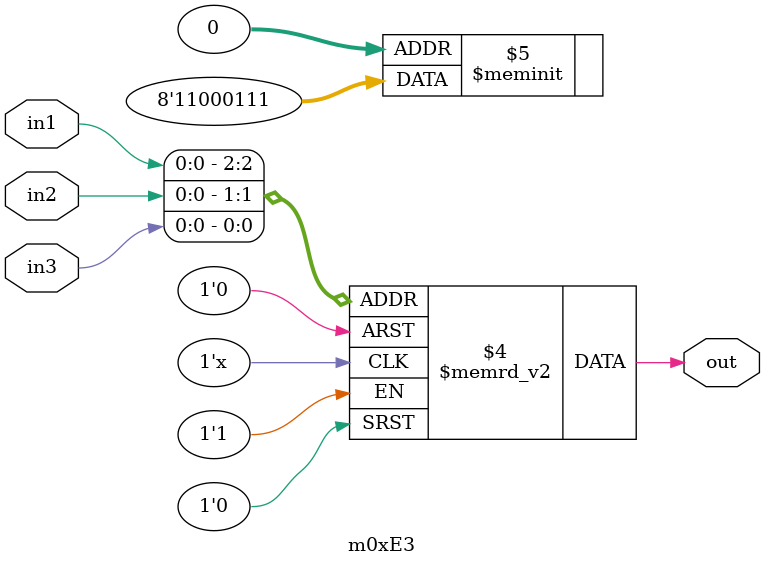
<source format=v>
module m0xE3(output out, input in1, in2, in3);

   always @(in1, in2, in3)
     begin
        case({in1, in2, in3})
          3'b000: {out} = 1'b1;
          3'b001: {out} = 1'b1;
          3'b010: {out} = 1'b1;
          3'b011: {out} = 1'b0;
          3'b100: {out} = 1'b0;
          3'b101: {out} = 1'b0;
          3'b110: {out} = 1'b1;
          3'b111: {out} = 1'b1;
        endcase // case ({in1, in2, in3})
     end // always @ (in1, in2, in3)

endmodule // m0xE3
</source>
